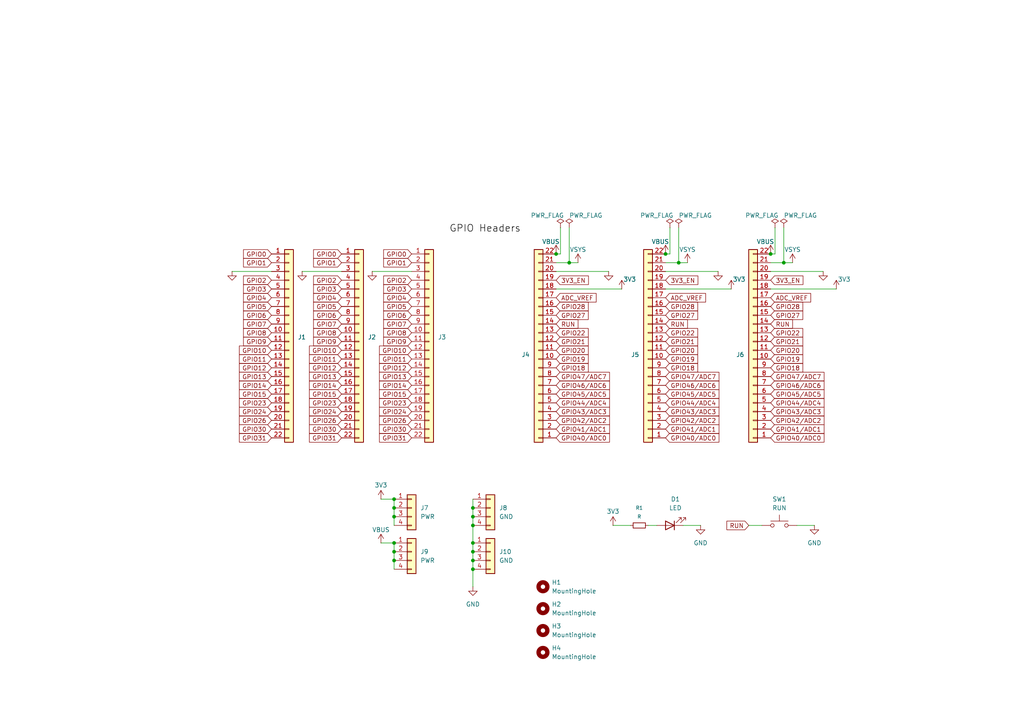
<source format=kicad_sch>
(kicad_sch (version 20250114) (generator "eeschema") (generator_version "9.0")
  (paper "A4")
  (lib_symbols
    (symbol "Device:LED" (pin_numbers (hide yes)) (pin_names (offset 1.016) (hide yes))
      (property "Reference" "D" (at 0 2.54 0))
      (property "Value" "LED" (at 0 -2.54 0))
      (symbol "LED_0_1"
        (polyline (pts (xy -3.048 -0.762) (xy -4.572 -2.286) (xy -3.81 -2.286) (xy -4.572 -2.286) (xy -4.572 -1.524)))
        (polyline (pts (xy -1.778 -0.762) (xy -3.302 -2.286) (xy -2.54 -2.286) (xy -3.302 -2.286) (xy -3.302 -1.524)))
        (polyline (pts (xy -1.27 0) (xy 1.27 0)))
        (polyline (pts (xy -1.27 -1.27) (xy -1.27 1.27)) (stroke (width 0.254)))
        (polyline (pts (xy 1.27 -1.27) (xy 1.27 1.27) (xy -1.27 0) (xy 1.27 -1.27)) (stroke (width 0.254)))
      )
      (symbol "LED_1_1"
        (pin passive line (at -3.81 0 0) (length 2.54) (name "K") (number "1"))
        (pin passive line (at 3.81 0 180) (length 2.54) (name "A") (number "2"))
      )
    )
    (symbol "Mars_Library:Clean_Conn_01x22_2.54mm" (pin_names (offset 1.016) (hide yes))
      (property "Reference" "J1" (at 2.54 0.0001 0))
      (property "Value" "Clean_Conn_01x22_2.54mm" (at 2.54 -2.5399 0))
      (property "Footprint" "Mars_Library:Mars_Clean_Connector_01x22_PinHeader_2.54mm" (at 0 0 0))
      (symbol "Clean_Conn_01x22_2.54mm_1_1"
        (rectangle (start -1.27 24.13) (end 1.27 -31.75) (stroke (width 0.254)) (fill (type background)))
        (rectangle (start -1.27 22.987) (end 0 22.733) (stroke (width 0.1524)))
        (rectangle (start -1.27 20.447) (end 0 20.193) (stroke (width 0.1524)))
        (rectangle (start -1.27 17.907) (end 0 17.653) (stroke (width 0.1524)))
        (rectangle (start -1.27 15.367) (end 0 15.113) (stroke (width 0.1524)))
        (rectangle (start -1.27 12.827) (end 0 12.573) (stroke (width 0.1524)))
        (rectangle (start -1.27 10.287) (end 0 10.033) (stroke (width 0.1524)))
        (rectangle (start -1.27 7.747) (end 0 7.493) (stroke (width 0.1524)))
        (rectangle (start -1.27 5.207) (end 0 4.953) (stroke (width 0.1524)))
        (rectangle (start -1.27 2.667) (end 0 2.413) (stroke (width 0.1524)))
        (rectangle (start -1.27 0.127) (end 0 -0.127) (stroke (width 0.1524)))
        (rectangle (start -1.27 -2.413) (end 0 -2.667) (stroke (width 0.1524)))
        (rectangle (start -1.27 -4.953) (end 0 -5.207) (stroke (width 0.1524)))
        (rectangle (start -1.27 -7.493) (end 0 -7.747) (stroke (width 0.1524)))
        (rectangle (start -1.27 -10.033) (end 0 -10.287) (stroke (width 0.1524)))
        (rectangle (start -1.27 -12.573) (end 0 -12.827) (stroke (width 0.1524)))
        (rectangle (start -1.27 -15.113) (end 0 -15.367) (stroke (width 0.1524)))
        (rectangle (start -1.27 -17.653) (end 0 -17.907) (stroke (width 0.1524)))
        (rectangle (start -1.27 -20.193) (end 0 -20.447) (stroke (width 0.1524)))
        (rectangle (start -1.27 -22.733) (end 0 -22.987) (stroke (width 0.1524)))
        (rectangle (start -1.27 -25.273) (end 0 -25.527) (stroke (width 0.1524)))
        (rectangle (start -1.27 -27.813) (end 0 -28.067) (stroke (width 0.1524)))
        (rectangle (start -1.27 -30.353) (end 0 -30.607) (stroke (width 0.1524)))
        (pin passive line (at -5.08 22.86 0) (length 3.81) (name "Pin_1") (number "1"))
        (pin passive line (at -5.08 20.32 0) (length 3.81) (name "Pin_2") (number "2"))
        (pin passive line (at -5.08 17.78 0) (length 3.81) (name "Pin_3") (number "3"))
        (pin passive line (at -5.08 15.24 0) (length 3.81) (name "Pin_4") (number "4"))
        (pin passive line (at -5.08 12.7 0) (length 3.81) (name "Pin_5") (number "5"))
        (pin passive line (at -5.08 10.16 0) (length 3.81) (name "Pin_6") (number "6"))
        (pin passive line (at -5.08 7.62 0) (length 3.81) (name "Pin_7") (number "7"))
        (pin passive line (at -5.08 5.08 0) (length 3.81) (name "Pin_8") (number "8"))
        (pin passive line (at -5.08 2.54 0) (length 3.81) (name "Pin_9") (number "9"))
        (pin passive line (at -5.08 0 0) (length 3.81) (name "Pin_10") (number "10"))
        (pin passive line (at -5.08 -2.54 0) (length 3.81) (name "Pin_11") (number "11"))
        (pin passive line (at -5.08 -5.08 0) (length 3.81) (name "Pin_12") (number "12"))
        (pin passive line (at -5.08 -7.62 0) (length 3.81) (name "Pin_13") (number "13"))
        (pin passive line (at -5.08 -10.16 0) (length 3.81) (name "Pin_14") (number "14"))
        (pin passive line (at -5.08 -12.7 0) (length 3.81) (name "Pin_15") (number "15"))
        (pin passive line (at -5.08 -15.24 0) (length 3.81) (name "Pin_16") (number "16"))
        (pin passive line (at -5.08 -17.78 0) (length 3.81) (name "Pin_17") (number "17"))
        (pin passive line (at -5.08 -20.32 0) (length 3.81) (name "Pin_18") (number "18"))
        (pin passive line (at -5.08 -22.86 0) (length 3.81) (name "Pin_19") (number "19"))
        (pin passive line (at -5.08 -25.4 0) (length 3.81) (name "Pin_20") (number "20"))
        (pin passive line (at -5.08 -27.94 0) (length 3.81) (name "Pin_19") (number "21"))
        (pin passive line (at -5.08 -30.48 0) (length 3.81) (name "Pin_20") (number "22"))
      )
    )
    (symbol "Mars_Library:R_0805" (pin_numbers (hide yes)) (pin_names (offset 0.254) (hide yes))
      (property "Reference" "R" (at -1.524 0 90))
      (property "Value" "R" (at 0 0 90))
      (symbol "R_0805_0_1"
        (rectangle (start -0.762 1.778) (end 0.762 -1.778) (stroke (width 0.2032)))
      )
      (symbol "R_0805_1_1"
        (pin passive line (at 0 2.54 270) (length 0.762) (name "~") (number "1"))
        (pin passive line (at 0 -2.54 90) (length 0.762) (name "~") (number "2"))
      )
    )
    (symbol "Mars_Library:SWD_Header_4P" (pin_names (offset 1.016) (hide yes)) (in_bom no)
      (property "Reference" "J" (at 0 5.08 0))
      (property "Value" "DEBUG" (at 0 -7.62 0))
      (symbol "SWD_Header_4P_1_1"
        (rectangle (start -1.27 3.81) (end 1.27 -6.35) (stroke (width 0.254)) (fill (type background)))
        (rectangle (start -1.27 2.667) (end 0 2.413) (stroke (width 0.1524)))
        (rectangle (start -1.27 0.127) (end 0 -0.127) (stroke (width 0.1524)))
        (rectangle (start -1.27 -2.413) (end 0 -2.667) (stroke (width 0.1524)))
        (rectangle (start -1.27 -4.953) (end 0 -5.207) (stroke (width 0.1524)))
        (pin passive line (at -5.08 2.54 0) (length 3.81) (name "Pin_1") (number "1"))
        (pin passive line (at -5.08 0 0) (length 3.81) (name "Pin_2") (number "2"))
        (pin passive line (at -5.08 -2.54 0) (length 3.81) (name "Pin_3") (number "3"))
        (pin passive line (at -5.08 -5.08 0) (length 3.81) (name "Pin_4") (number "4"))
      )
    )
    (symbol "Mechanical:MountingHole" (pin_names (offset 1.016)) (in_bom no)
      (property "Reference" "H" (at 0 5.08 0))
      (property "Value" "MountingHole" (at 0 3.175 0))
      (symbol "MountingHole_0_1"
        (circle (center 0 0) (radius 1.27) (stroke (width 1.27)))
      )
    )
    (symbol "Switch:SW_Push" (pin_numbers (hide yes)) (pin_names (offset 1.016) (hide yes))
      (property "Reference" "SW" (at 1.27 2.54 0))
      (property "Value" "SW_Push" (at 0 -1.524 0))
      (symbol "SW_Push_0_1"
        (circle (center -2.032 0) (radius 0.508))
        (polyline (pts (xy 0 1.27) (xy 0 3.048)))
        (circle (center 2.032 0) (radius 0.508))
        (polyline (pts (xy 2.54 1.27) (xy -2.54 1.27)))
        (pin passive line (at -5.08 0 0) (length 2.54) (name "1") (number "1"))
        (pin passive line (at 5.08 0 180) (length 2.54) (name "2") (number "2"))
      )
    )
    (symbol "power:GND" (power) (pin_numbers (hide yes)) (pin_names (offset 0) (hide yes))
      (property "Value" "GND" (at 0 -3.81 0))
      (symbol "GND_0_1"
        (polyline (pts (xy 0 0) (xy 0 -1.27) (xy 1.27 -1.27) (xy 0 -2.54) (xy -1.27 -1.27) (xy 0 -1.27)))
      )
      (symbol "GND_1_1"
        (pin power_in line (at 0 0 270) (length 0) (name "~") (number "1"))
      )
    )
    (symbol "power:PWR_FLAG" (power) (pin_numbers (hide yes)) (pin_names (offset 0) (hide yes))
      (property "Value" "PWR_FLAG" (at 0 3.81 0))
      (symbol "PWR_FLAG_0_0"
        (pin power_out line (at 0 0 90) (length 0) (name "~") (number "1"))
      )
      (symbol "PWR_FLAG_0_1"
        (polyline (pts (xy 0 0) (xy 0 1.27) (xy -1.016 1.905) (xy 0 2.54) (xy 1.016 1.905) (xy 0 1.27)))
      )
    )
    (symbol "power:VBUS" (power) (pin_numbers (hide yes)) (pin_names (offset 0) (hide yes))
      (property "Value" "VBUS" (at 0 3.556 0))
      (symbol "VBUS_0_1"
        (polyline (pts (xy -0.762 1.27) (xy 0 2.54)))
        (polyline (pts (xy 0 2.54) (xy 0.762 1.27)))
        (polyline (pts (xy 0 0) (xy 0 2.54)))
      )
      (symbol "VBUS_1_1"
        (pin power_in line (at 0 0 90) (length 0) (name "~") (number "1"))
      )
    )
  )
  (text "GPIO Headers" (at 130.302 67.564 0) (effects (font (size 2 2)) (justify left bottom)))
  (junction (at 114.3 162.56))
  (junction (at 137.16 162.56))
  (junction (at 137.16 152.4))
  (junction (at 161.29 73.66))
  (junction (at 137.16 160.02))
  (junction (at 137.16 149.86))
  (junction (at 114.3 160.02))
  (junction (at 137.16 157.48))
  (junction (at 223.52 73.66))
  (junction (at 137.16 147.32))
  (junction (at 114.3 147.32))
  (junction (at 165.1 76.2))
  (junction (at 114.3 149.86))
  (junction (at 114.3 157.48))
  (junction (at 196.85 76.2))
  (junction (at 114.3 144.78))
  (junction (at 227.33 76.2))
  (junction (at 137.16 165.1))
  (junction (at 193.04 73.66))
  (wire (pts (xy 137.16 162.56) (xy 137.16 165.1)))
  (wire (pts (xy 165.1 76.2) (xy 167.64 76.2)))
  (wire (pts (xy 67.31 78.74) (xy 78.74 78.74)))
  (wire (pts (xy 114.3 157.48) (xy 114.3 160.02)))
  (wire (pts (xy 87.63 78.74) (xy 99.06 78.74)))
  (wire (pts (xy 176.53 78.74) (xy 161.29 78.74)))
  (wire (pts (xy 196.85 66.04) (xy 196.85 76.2)))
  (wire (pts (xy 198.12 152.4) (xy 203.2 152.4)))
  (wire (pts (xy 227.33 76.2) (xy 229.87 76.2)))
  (wire (pts (xy 137.16 144.78) (xy 137.16 147.32)))
  (wire (pts (xy 180.34 83.82) (xy 161.29 83.82)))
  (wire (pts (xy 107.95 78.74) (xy 119.38 78.74)))
  (wire (pts (xy 161.29 76.2) (xy 165.1 76.2)))
  (wire (pts (xy 227.33 66.04) (xy 227.33 76.2)))
  (wire (pts (xy 217.17 152.4) (xy 220.98 152.4)))
  (wire (pts (xy 194.31 73.66) (xy 193.04 73.66)))
  (wire (pts (xy 114.3 144.78) (xy 114.3 147.32)))
  (wire (pts (xy 137.16 147.32) (xy 137.16 149.86)))
  (wire (pts (xy 137.16 165.1) (xy 137.16 170.18)))
  (wire (pts (xy 212.09 83.82) (xy 193.04 83.82)))
  (wire (pts (xy 114.3 149.86) (xy 114.3 152.4)))
  (wire (pts (xy 162.56 66.04) (xy 162.56 73.66)))
  (wire (pts (xy 208.28 78.74) (xy 193.04 78.74)))
  (wire (pts (xy 110.49 144.78) (xy 114.3 144.78)))
  (wire (pts (xy 137.16 149.86) (xy 137.16 152.4)))
  (wire (pts (xy 196.85 76.2) (xy 199.39 76.2)))
  (wire (pts (xy 231.14 152.4) (xy 236.22 152.4)))
  (wire (pts (xy 193.04 76.2) (xy 196.85 76.2)))
  (wire (pts (xy 223.52 76.2) (xy 227.33 76.2)))
  (wire (pts (xy 194.31 66.04) (xy 194.31 73.66)))
  (wire (pts (xy 110.49 157.48) (xy 114.3 157.48)))
  (wire (pts (xy 224.79 73.66) (xy 223.52 73.66)))
  (wire (pts (xy 137.16 152.4) (xy 137.16 157.48)))
  (wire (pts (xy 114.3 162.56) (xy 114.3 165.1)))
  (wire (pts (xy 187.96 152.4) (xy 190.5 152.4)))
  (wire (pts (xy 165.1 66.04) (xy 165.1 76.2)))
  (wire (pts (xy 177.8 152.4) (xy 182.88 152.4)))
  (wire (pts (xy 238.76 78.74) (xy 223.52 78.74)))
  (wire (pts (xy 114.3 147.32) (xy 114.3 149.86)))
  (wire (pts (xy 224.79 66.04) (xy 224.79 73.66)))
  (wire (pts (xy 162.56 73.66) (xy 161.29 73.66)))
  (wire (pts (xy 114.3 160.02) (xy 114.3 162.56)))
  (wire (pts (xy 137.16 157.48) (xy 137.16 160.02)))
  (wire (pts (xy 137.16 160.02) (xy 137.16 162.56)))
  (wire (pts (xy 242.57 83.82) (xy 223.52 83.82)))
  (global_label "GPIO8" (shape input) (at 99.06 96.52 180) (property "Intersheetrefs" "${INTERSHEET_REFS}" (effects (hide yes))))
  (global_label "GPIO1" (shape input) (at 99.06 76.2 180) (property "Intersheetrefs" "${INTERSHEET_REFS}" (effects (hide yes))))
  (global_label "GPIO15" (shape input) (at 78.74 114.3 180) (property "Intersheetrefs" "${INTERSHEET_REFS}" (effects (hide yes))))
  (global_label "GPIO18" (shape input) (at 223.52 106.68 0) (property "Intersheetrefs" "${INTERSHEET_REFS}" (effects (hide yes))))
  (global_label "GPIO21" (shape input) (at 223.52 99.06 0) (property "Intersheetrefs" "${INTERSHEET_REFS}" (effects (hide yes))))
  (global_label "RUN" (shape input) (at 161.29 93.98 0) (property "Intersheetrefs" "${INTERSHEET_REFS}" (effects (hide yes))))
  (global_label "GPIO42/ADC2" (shape input) (at 193.04 121.92 0) (property "Intersheetrefs" "${INTERSHEET_REFS}" (effects (hide yes))))
  (global_label "GPIO12" (shape input) (at 119.38 106.68 180) (property "Intersheetrefs" "${INTERSHEET_REFS}" (effects (hide yes))))
  (global_label "GPIO0" (shape input) (at 99.06 73.66 180) (property "Intersheetrefs" "${INTERSHEET_REFS}" (effects (hide yes))))
  (global_label "GPIO27" (shape input) (at 193.04 91.44 0) (property "Intersheetrefs" "${INTERSHEET_REFS}" (effects (hide yes))))
  (global_label "GPIO23" (shape input) (at 78.74 116.84 180) (property "Intersheetrefs" "${INTERSHEET_REFS}" (effects (hide yes))))
  (global_label "GPIO22" (shape input) (at 193.04 96.52 0) (property "Intersheetrefs" "${INTERSHEET_REFS}" (effects (hide yes))))
  (global_label "GPIO12" (shape input) (at 78.74 106.68 180) (property "Intersheetrefs" "${INTERSHEET_REFS}" (effects (hide yes))))
  (global_label "GPIO27" (shape input) (at 161.29 91.44 0) (property "Intersheetrefs" "${INTERSHEET_REFS}" (effects (hide yes))))
  (global_label "GPIO0" (shape input) (at 78.74 73.66 180) (property "Intersheetrefs" "${INTERSHEET_REFS}" (effects (hide yes))))
  (global_label "GPIO3" (shape input) (at 78.74 83.82 180) (property "Intersheetrefs" "${INTERSHEET_REFS}" (effects (hide yes))))
  (global_label "GPIO2" (shape input) (at 119.38 81.28 180) (property "Intersheetrefs" "${INTERSHEET_REFS}" (effects (hide yes))))
  (global_label "GPIO42/ADC2" (shape input) (at 223.52 121.92 0) (property "Intersheetrefs" "${INTERSHEET_REFS}" (effects (hide yes))))
  (global_label "3V3_EN" (shape input) (at 223.52 81.28 0) (property "Intersheetrefs" "${INTERSHEET_REFS}" (effects (hide yes))))
  (global_label "GPIO43/ADC3" (shape input) (at 193.04 119.38 0) (property "Intersheetrefs" "${INTERSHEET_REFS}" (effects (hide yes))))
  (global_label "GPIO47/ADC7" (shape input) (at 161.29 109.22 0) (property "Intersheetrefs" "${INTERSHEET_REFS}" (effects (hide yes))))
  (global_label "GPIO43/ADC3" (shape input) (at 161.29 119.38 0) (property "Intersheetrefs" "${INTERSHEET_REFS}" (effects (hide yes))))
  (global_label "GPIO10" (shape input) (at 119.38 101.6 180) (property "Intersheetrefs" "${INTERSHEET_REFS}" (effects (hide yes))))
  (global_label "RUN" (shape input) (at 193.04 93.98 0) (property "Intersheetrefs" "${INTERSHEET_REFS}" (effects (hide yes))))
  (global_label "GPIO18" (shape input) (at 193.04 106.68 0) (property "Intersheetrefs" "${INTERSHEET_REFS}" (effects (hide yes))))
  (global_label "GPIO4" (shape input) (at 119.38 86.36 180) (property "Intersheetrefs" "${INTERSHEET_REFS}" (effects (hide yes))))
  (global_label "GPIO31" (shape input) (at 78.74 127 180) (property "Intersheetrefs" "${INTERSHEET_REFS}" (effects (hide yes))))
  (global_label "GPIO19" (shape input) (at 193.04 104.14 0) (property "Intersheetrefs" "${INTERSHEET_REFS}" (effects (hide yes))))
  (global_label "GPIO5" (shape input) (at 78.74 88.9 180) (property "Intersheetrefs" "${INTERSHEET_REFS}" (effects (hide yes))))
  (global_label "GPIO2" (shape input) (at 78.74 81.28 180) (property "Intersheetrefs" "${INTERSHEET_REFS}" (effects (hide yes))))
  (global_label "GPIO11" (shape input) (at 78.74 104.14 180) (property "Intersheetrefs" "${INTERSHEET_REFS}" (effects (hide yes))))
  (global_label "GPIO26" (shape input) (at 99.06 121.92 180) (property "Intersheetrefs" "${INTERSHEET_REFS}" (effects (hide yes))))
  (global_label "ADC_VREF" (shape input) (at 223.52 86.36 0) (property "Intersheetrefs" "${INTERSHEET_REFS}" (effects (hide yes))))
  (global_label "GPIO8" (shape input) (at 119.38 96.52 180) (property "Intersheetrefs" "${INTERSHEET_REFS}" (effects (hide yes))))
  (global_label "GPIO4" (shape input) (at 78.74 86.36 180) (property "Intersheetrefs" "${INTERSHEET_REFS}" (effects (hide yes))))
  (global_label "GPIO23" (shape input) (at 99.06 116.84 180) (property "Intersheetrefs" "${INTERSHEET_REFS}" (effects (hide yes))))
  (global_label "GPIO10" (shape input) (at 78.74 101.6 180) (property "Intersheetrefs" "${INTERSHEET_REFS}" (effects (hide yes))))
  (global_label "GPIO21" (shape input) (at 193.04 99.06 0) (property "Intersheetrefs" "${INTERSHEET_REFS}" (effects (hide yes))))
  (global_label "RUN" (shape input) (at 217.17 152.4 180) (property "Intersheetrefs" "${INTERSHEET_REFS}" (effects (hide yes))))
  (global_label "GPIO30" (shape input) (at 78.74 124.46 180) (property "Intersheetrefs" "${INTERSHEET_REFS}" (effects (hide yes))))
  (global_label "GPIO14" (shape input) (at 119.38 111.76 180) (property "Intersheetrefs" "${INTERSHEET_REFS}" (effects (hide yes))))
  (global_label "GPIO24" (shape input) (at 119.38 119.38 180) (property "Intersheetrefs" "${INTERSHEET_REFS}" (effects (hide yes))))
  (global_label "GPIO46/ADC6" (shape input) (at 193.04 111.76 0) (property "Intersheetrefs" "${INTERSHEET_REFS}" (effects (hide yes))))
  (global_label "3V3_EN" (shape input) (at 161.29 81.28 0) (property "Intersheetrefs" "${INTERSHEET_REFS}" (effects (hide yes))))
  (global_label "GPIO45/ADC5" (shape input) (at 223.52 114.3 0) (property "Intersheetrefs" "${INTERSHEET_REFS}" (effects (hide yes))))
  (global_label "GPIO41/ADC1" (shape input) (at 193.04 124.46 0) (property "Intersheetrefs" "${INTERSHEET_REFS}" (effects (hide yes))))
  (global_label "GPIO8" (shape input) (at 78.74 96.52 180) (property "Intersheetrefs" "${INTERSHEET_REFS}" (effects (hide yes))))
  (global_label "GPIO12" (shape input) (at 99.06 106.68 180) (property "Intersheetrefs" "${INTERSHEET_REFS}" (effects (hide yes))))
  (global_label "ADC_VREF" (shape input) (at 161.29 86.36 0) (property "Intersheetrefs" "${INTERSHEET_REFS}" (effects (hide yes))))
  (global_label "GPIO40/ADC0" (shape input) (at 193.04 127 0) (property "Intersheetrefs" "${INTERSHEET_REFS}" (effects (hide yes))))
  (global_label "GPIO9" (shape input) (at 99.06 99.06 180) (property "Intersheetrefs" "${INTERSHEET_REFS}" (effects (hide yes))))
  (global_label "GPIO23" (shape input) (at 119.38 116.84 180) (property "Intersheetrefs" "${INTERSHEET_REFS}" (effects (hide yes))))
  (global_label "GPIO46/ADC6" (shape input) (at 223.52 111.76 0) (property "Intersheetrefs" "${INTERSHEET_REFS}" (effects (hide yes))))
  (global_label "GPIO1" (shape input) (at 78.74 76.2 180) (property "Intersheetrefs" "${INTERSHEET_REFS}" (effects (hide yes))))
  (global_label "GPIO46/ADC6" (shape input) (at 161.29 111.76 0) (property "Intersheetrefs" "${INTERSHEET_REFS}" (effects (hide yes))))
  (global_label "GPIO5" (shape input) (at 119.38 88.9 180) (property "Intersheetrefs" "${INTERSHEET_REFS}" (effects (hide yes))))
  (global_label "GPIO40/ADC0" (shape input) (at 223.52 127 0) (property "Intersheetrefs" "${INTERSHEET_REFS}" (effects (hide yes))))
  (global_label "3V3_EN" (shape input) (at 193.04 81.28 0) (property "Intersheetrefs" "${INTERSHEET_REFS}" (effects (hide yes))))
  (global_label "GPIO11" (shape input) (at 119.38 104.14 180) (property "Intersheetrefs" "${INTERSHEET_REFS}" (effects (hide yes))))
  (global_label "GPIO44/ADC4" (shape input) (at 193.04 116.84 0) (property "Intersheetrefs" "${INTERSHEET_REFS}" (effects (hide yes))))
  (global_label "GPIO45/ADC5" (shape input) (at 161.29 114.3 0) (property "Intersheetrefs" "${INTERSHEET_REFS}" (effects (hide yes))))
  (global_label "GPIO13" (shape input) (at 119.38 109.22 180) (property "Intersheetrefs" "${INTERSHEET_REFS}" (effects (hide yes))))
  (global_label "RUN" (shape input) (at 223.52 93.98 0) (property "Intersheetrefs" "${INTERSHEET_REFS}" (effects (hide yes))))
  (global_label "GPIO6" (shape input) (at 99.06 91.44 180) (property "Intersheetrefs" "${INTERSHEET_REFS}" (effects (hide yes))))
  (global_label "GPIO41/ADC1" (shape input) (at 161.29 124.46 0) (property "Intersheetrefs" "${INTERSHEET_REFS}" (effects (hide yes))))
  (global_label "GPIO26" (shape input) (at 119.38 121.92 180) (property "Intersheetrefs" "${INTERSHEET_REFS}" (effects (hide yes))))
  (global_label "GPIO22" (shape input) (at 223.52 96.52 0) (property "Intersheetrefs" "${INTERSHEET_REFS}" (effects (hide yes))))
  (global_label "GPIO24" (shape input) (at 78.74 119.38 180) (property "Intersheetrefs" "${INTERSHEET_REFS}" (effects (hide yes))))
  (global_label "GPIO20" (shape input) (at 193.04 101.6 0) (property "Intersheetrefs" "${INTERSHEET_REFS}" (effects (hide yes))))
  (global_label "GPIO19" (shape input) (at 223.52 104.14 0) (property "Intersheetrefs" "${INTERSHEET_REFS}" (effects (hide yes))))
  (global_label "GPIO7" (shape input) (at 119.38 93.98 180) (property "Intersheetrefs" "${INTERSHEET_REFS}" (effects (hide yes))))
  (global_label "GPIO22" (shape input) (at 161.29 96.52 0) (property "Intersheetrefs" "${INTERSHEET_REFS}" (effects (hide yes))))
  (global_label "GPIO19" (shape input) (at 161.29 104.14 0) (property "Intersheetrefs" "${INTERSHEET_REFS}" (effects (hide yes))))
  (global_label "GPIO20" (shape input) (at 223.52 101.6 0) (property "Intersheetrefs" "${INTERSHEET_REFS}" (effects (hide yes))))
  (global_label "GPIO3" (shape input) (at 119.38 83.82 180) (property "Intersheetrefs" "${INTERSHEET_REFS}" (effects (hide yes))))
  (global_label "GPIO0" (shape input) (at 119.38 73.66 180) (property "Intersheetrefs" "${INTERSHEET_REFS}" (effects (hide yes))))
  (global_label "GPIO6" (shape input) (at 78.74 91.44 180) (property "Intersheetrefs" "${INTERSHEET_REFS}" (effects (hide yes))))
  (global_label "GPIO14" (shape input) (at 78.74 111.76 180) (property "Intersheetrefs" "${INTERSHEET_REFS}" (effects (hide yes))))
  (global_label "GPIO42/ADC2" (shape input) (at 161.29 121.92 0) (property "Intersheetrefs" "${INTERSHEET_REFS}" (effects (hide yes))))
  (global_label "GPIO40/ADC0" (shape input) (at 161.29 127 0) (property "Intersheetrefs" "${INTERSHEET_REFS}" (effects (hide yes))))
  (global_label "GPIO44/ADC4" (shape input) (at 161.29 116.84 0) (property "Intersheetrefs" "${INTERSHEET_REFS}" (effects (hide yes))))
  (global_label "GPIO13" (shape input) (at 99.06 109.22 180) (property "Intersheetrefs" "${INTERSHEET_REFS}" (effects (hide yes))))
  (global_label "GPIO31" (shape input) (at 119.38 127 180) (property "Intersheetrefs" "${INTERSHEET_REFS}" (effects (hide yes))))
  (global_label "GPIO14" (shape input) (at 99.06 111.76 180) (property "Intersheetrefs" "${INTERSHEET_REFS}" (effects (hide yes))))
  (global_label "GPIO31" (shape input) (at 99.06 127 180) (property "Intersheetrefs" "${INTERSHEET_REFS}" (effects (hide yes))))
  (global_label "GPIO4" (shape input) (at 99.06 86.36 180) (property "Intersheetrefs" "${INTERSHEET_REFS}" (effects (hide yes))))
  (global_label "GPIO43/ADC3" (shape input) (at 223.52 119.38 0) (property "Intersheetrefs" "${INTERSHEET_REFS}" (effects (hide yes))))
  (global_label "GPIO21" (shape input) (at 161.29 99.06 0) (property "Intersheetrefs" "${INTERSHEET_REFS}" (effects (hide yes))))
  (global_label "GPIO5" (shape input) (at 99.06 88.9 180) (property "Intersheetrefs" "${INTERSHEET_REFS}" (effects (hide yes))))
  (global_label "GPIO30" (shape input) (at 119.38 124.46 180) (property "Intersheetrefs" "${INTERSHEET_REFS}" (effects (hide yes))))
  (global_label "GPIO28" (shape input) (at 223.52 88.9 0) (property "Intersheetrefs" "${INTERSHEET_REFS}" (effects (hide yes))))
  (global_label "GPIO9" (shape input) (at 78.74 99.06 180) (property "Intersheetrefs" "${INTERSHEET_REFS}" (effects (hide yes))))
  (global_label "GPIO47/ADC7" (shape input) (at 223.52 109.22 0) (property "Intersheetrefs" "${INTERSHEET_REFS}" (effects (hide yes))))
  (global_label "GPIO44/ADC4" (shape input) (at 223.52 116.84 0) (property "Intersheetrefs" "${INTERSHEET_REFS}" (effects (hide yes))))
  (global_label "GPIO3" (shape input) (at 99.06 83.82 180) (property "Intersheetrefs" "${INTERSHEET_REFS}" (effects (hide yes))))
  (global_label "GPIO13" (shape input) (at 78.74 109.22 180) (property "Intersheetrefs" "${INTERSHEET_REFS}" (effects (hide yes))))
  (global_label "GPIO24" (shape input) (at 99.06 119.38 180) (property "Intersheetrefs" "${INTERSHEET_REFS}" (effects (hide yes))))
  (global_label "GPIO10" (shape input) (at 99.06 101.6 180) (property "Intersheetrefs" "${INTERSHEET_REFS}" (effects (hide yes))))
  (global_label "GPIO9" (shape input) (at 119.38 99.06 180) (property "Intersheetrefs" "${INTERSHEET_REFS}" (effects (hide yes))))
  (global_label "GPIO7" (shape input) (at 78.74 93.98 180) (property "Intersheetrefs" "${INTERSHEET_REFS}" (effects (hide yes))))
  (global_label "GPIO41/ADC1" (shape input) (at 223.52 124.46 0) (property "Intersheetrefs" "${INTERSHEET_REFS}" (effects (hide yes))))
  (global_label "GPIO47/ADC7" (shape input) (at 193.04 109.22 0) (property "Intersheetrefs" "${INTERSHEET_REFS}" (effects (hide yes))))
  (global_label "GPIO7" (shape input) (at 99.06 93.98 180) (property "Intersheetrefs" "${INTERSHEET_REFS}" (effects (hide yes))))
  (global_label "GPIO1" (shape input) (at 119.38 76.2 180) (property "Intersheetrefs" "${INTERSHEET_REFS}" (effects (hide yes))))
  (global_label "GPIO28" (shape input) (at 193.04 88.9 0) (property "Intersheetrefs" "${INTERSHEET_REFS}" (effects (hide yes))))
  (global_label "GPIO28" (shape input) (at 161.29 88.9 0) (property "Intersheetrefs" "${INTERSHEET_REFS}" (effects (hide yes))))
  (global_label "GPIO2" (shape input) (at 99.06 81.28 180) (property "Intersheetrefs" "${INTERSHEET_REFS}" (effects (hide yes))))
  (global_label "GPIO15" (shape input) (at 99.06 114.3 180) (property "Intersheetrefs" "${INTERSHEET_REFS}" (effects (hide yes))))
  (global_label "GPIO11" (shape input) (at 99.06 104.14 180) (property "Intersheetrefs" "${INTERSHEET_REFS}" (effects (hide yes))))
  (global_label "GPIO18" (shape input) (at 161.29 106.68 0) (property "Intersheetrefs" "${INTERSHEET_REFS}" (effects (hide yes))))
  (global_label "GPIO20" (shape input) (at 161.29 101.6 0) (property "Intersheetrefs" "${INTERSHEET_REFS}" (effects (hide yes))))
  (global_label "GPIO30" (shape input) (at 99.06 124.46 180) (property "Intersheetrefs" "${INTERSHEET_REFS}" (effects (hide yes))))
  (global_label "GPIO27" (shape input) (at 223.52 91.44 0) (property "Intersheetrefs" "${INTERSHEET_REFS}" (effects (hide yes))))
  (global_label "GPIO26" (shape input) (at 78.74 121.92 180) (property "Intersheetrefs" "${INTERSHEET_REFS}" (effects (hide yes))))
  (global_label "GPIO45/ADC5" (shape input) (at 193.04 114.3 0) (property "Intersheetrefs" "${INTERSHEET_REFS}" (effects (hide yes))))
  (global_label "ADC_VREF" (shape input) (at 193.04 86.36 0) (property "Intersheetrefs" "${INTERSHEET_REFS}" (effects (hide yes))))
  (global_label "GPIO15" (shape input) (at 119.38 114.3 180) (property "Intersheetrefs" "${INTERSHEET_REFS}" (effects (hide yes))))
  (global_label "GPIO6" (shape input) (at 119.38 91.44 180) (property "Intersheetrefs" "${INTERSHEET_REFS}" (effects (hide yes))))
  (symbol (lib_id "power:VBUS") (at 177.8 152.4 0) (unit 1)
    (property "Reference" "#PWR017" (effects (hide yes)))
    (property "Value" "3V3" (at 177.8 148.336 0))
    (property "Description" "Power symbol creates a global label with name \"VBUS\"" (effects (hide yes)))
  )
  (symbol (lib_id "Mars_Library:Clean_Conn_01x22_2.54mm") (at 187.96 104.14 180) (unit 1)
    (property "Reference" "J5" (at 185.42 102.8701 0) (effects (justify left)))
    (property "Value" "Conn_01x32_MountingPin" (effects (hide yes)))
    (property "Footprint" "Mars_Library:Mars_Clean_Connector_01x22_PinHeader_2.54mm" (effects (hide yes)))
    (property "Description" "Generic connector, single row, 01x20, script generated (kicad-library-utils/schlib/autogen/connector/)" (effects (hide yes)))
  )
  (symbol (lib_id "power:GND") (at 87.63 78.74 0) (unit 1)
    (property "Reference" "#PWR08" (effects (hide yes)))
    (property "Value" "GND" (effects (hide yes)))
    (property "Description" "Power symbol creates a global label with name \"GND\" , ground" (effects (hide yes)))
  )
  (symbol (lib_id "Device:LED") (at 194.31 152.4 180) (unit 1)
    (property "Reference" "D1" (at 195.8975 144.78 0))
    (property "Value" "LED" (at 195.8975 147.32 0))
    (property "Footprint" "LED_SMD:LED_0805_2012Metric" (effects (hide yes)))
    (property "Description" "Light emitting diode" (effects (hide yes)))
    (property "Sim.Pins" "1=K 2=A" (effects (hide yes)))
  )
  (symbol (lib_id "power:PWR_FLAG") (at 162.56 66.04 0) (unit 1)
    (property "Reference" "#FLG01" (effects (hide yes)))
    (property "Value" "PWR_FLAG" (at 158.75 62.484 0))
    (property "Description" "Special symbol for telling ERC where power comes from" (effects (hide yes)))
  )
  (symbol (lib_id "Mars_Library:SWD_Header_4P") (at 142.24 147.32 0) (unit 1) (in_bom no)
    (property "Reference" "J8" (at 144.78 147.3199 0) (effects (justify left)))
    (property "Value" "GND" (at 144.78 149.8599 0) (effects (justify left)))
    (property "Footprint" "Mars_Library:SWD_Debug_PinHeader_1x04_P2.54mm" (effects (hide yes)))
    (property "Description" "SWD DEBUG HEADER 1x4 MALE PINS 2.54mm” 180deg" (effects (hide yes)))
    (property "Specifications" "HEADER 1x4 MALE PINS 2.54mm” 180deg" (effects (hide yes)))
    (property "Manufacturer" "TAD" (effects (hide yes)))
    (property "Part Number" "1-0401FBV0T" (effects (hide yes)))
  )
  (symbol (lib_id "power:VBUS") (at 223.52 73.66 0) (unit 1)
    (property "Reference" "#PWR03" (effects (hide yes)))
    (property "Value" "VBUS" (at 221.996 70.104 0))
    (property "Description" "Power symbol creates a global label with name \"VBUS\"" (effects (hide yes)))
  )
  (symbol (lib_id "power:VBUS") (at 199.39 76.2 0) (unit 1)
    (property "Reference" "#PWR05" (effects (hide yes)))
    (property "Value" "VSYS" (at 199.39 72.39 0))
    (property "Description" "Power symbol creates a global label with name \"VBUS\"" (effects (hide yes)))
  )
  (symbol (lib_id "power:VBUS") (at 212.09 83.82 0) (unit 1)
    (property "Reference" "#PWR014" (effects (hide yes)))
    (property "Value" "3V3" (at 214.376 81.026 0))
    (property "Description" "Power symbol creates a global label with name \"VBUS\"" (effects (hide yes)))
  )
  (symbol (lib_id "power:VBUS") (at 161.29 73.66 0) (unit 1)
    (property "Reference" "#PWR01" (effects (hide yes)))
    (property "Value" "VBUS" (at 159.766 70.104 0))
    (property "Description" "Power symbol creates a global label with name \"VBUS\"" (effects (hide yes)))
  )
  (symbol (lib_id "Mars_Library:Clean_Conn_01x22_2.54mm") (at 156.21 104.14 180) (unit 1)
    (property "Reference" "J4" (at 153.67 102.8701 0) (effects (justify left)))
    (property "Value" "Conn_01x32_MountingPin" (effects (hide yes)))
    (property "Footprint" "Mars_Library:Mars_Clean_Connector_01x22_PinHeader_2.54mm" (effects (hide yes)))
    (property "Description" "Generic connector, single row, 01x20, script generated (kicad-library-utils/schlib/autogen/connector/)" (effects (hide yes)))
  )
  (symbol (lib_id "power:GND") (at 208.28 78.74 0) (unit 1)
    (property "Reference" "#PWR011" (effects (hide yes)))
    (property "Value" "GND" (effects (hide yes)))
    (property "Description" "Power symbol creates a global label with name \"GND\" , ground" (effects (hide yes)))
  )
  (symbol (lib_id "power:PWR_FLAG") (at 196.85 66.04 0) (unit 1)
    (property "Reference" "#FLG04" (effects (hide yes)))
    (property "Value" "PWR_FLAG" (at 201.676 62.484 0))
    (property "Description" "Special symbol for telling ERC where power comes from" (effects (hide yes)))
  )
  (symbol (lib_id "power:GND") (at 107.95 78.74 0) (unit 1)
    (property "Reference" "#PWR09" (effects (hide yes)))
    (property "Value" "GND" (effects (hide yes)))
    (property "Description" "Power symbol creates a global label with name \"GND\" , ground" (effects (hide yes)))
  )
  (symbol (lib_id "power:PWR_FLAG") (at 224.79 66.04 0) (unit 1)
    (property "Reference" "#FLG05" (effects (hide yes)))
    (property "Value" "PWR_FLAG" (at 220.98 62.484 0))
    (property "Description" "Special symbol for telling ERC where power comes from" (effects (hide yes)))
  )
  (symbol (lib_id "power:GND") (at 203.2 152.4 0) (unit 1)
    (property "Reference" "#PWR018" (effects (hide yes)))
    (property "Value" "GND" (at 203.2 157.48 0))
    (property "Description" "Power symbol creates a global label with name \"GND\" , ground" (effects (hide yes)))
  )
  (symbol (lib_id "Mars_Library:Clean_Conn_01x22_2.54mm") (at 83.82 96.52 0) (unit 1)
    (property "Reference" "J1" (at 86.36 97.7899 0) (effects (justify left)))
    (property "Value" "Conn_01x32_MountingPin" (effects (hide yes)))
    (property "Footprint" "Mars_Library:Mars_Clean_Connector_01x22_PinHeader_2.54mm" (effects (hide yes)))
    (property "Description" "Generic connector, single row, 01x20, script generated (kicad-library-utils/schlib/autogen/connector/)" (effects (hide yes)))
  )
  (symbol (lib_id "power:VBUS") (at 193.04 73.66 0) (unit 1)
    (property "Reference" "#PWR02" (effects (hide yes)))
    (property "Value" "VBUS" (at 191.516 70.104 0))
    (property "Description" "Power symbol creates a global label with name \"VBUS\"" (effects (hide yes)))
  )
  (symbol (lib_id "power:VBUS") (at 110.49 157.48 0) (unit 1)
    (property "Reference" "#PWR020" (effects (hide yes)))
    (property "Value" "VBUS" (at 110.49 153.67 0))
    (property "Description" "Power symbol creates a global label with name \"VBUS\"" (effects (hide yes)))
  )
  (symbol (lib_id "Switch:SW_Push") (at 226.06 152.4 0) (unit 1)
    (property "Reference" "SW1" (at 226.06 144.78 0))
    (property "Value" "RUN" (at 226.06 147.32 0))
    (property "Footprint" "Button_Switch_THT:SW_TH_Tactile_Omron_B3F-102x" (effects (hide yes)))
    (property "Description" "Push button switch, generic, two pins" (effects (hide yes)))
  )
  (symbol (lib_id "power:VBUS") (at 180.34 83.82 0) (unit 1)
    (property "Reference" "#PWR013" (effects (hide yes)))
    (property "Value" "3V3" (at 182.626 81.026 0))
    (property "Description" "Power symbol creates a global label with name \"VBUS\"" (effects (hide yes)))
  )
  (symbol (lib_id "power:GND") (at 176.53 78.74 0) (unit 1)
    (property "Reference" "#PWR010" (effects (hide yes)))
    (property "Value" "GND" (effects (hide yes)))
    (property "Description" "Power symbol creates a global label with name \"GND\" , ground" (effects (hide yes)))
  )
  (symbol (lib_id "Mars_Library:R_0805") (at 185.42 152.4 90) (unit 1)
    (property "Reference" "R1" (at 185.42 147.32 90) (effects (font (size 1.016 1.016))))
    (property "Value" "R" (at 185.42 149.86 90) (effects (font (size 1 1))))
    (property "Footprint" "Mars_Library:R_0805" (effects (hide yes)))
    (property "Description" "Resistor, small symbol" (effects (hide yes)))
  )
  (symbol (lib_id "power:GND") (at 137.16 170.18 0) (unit 1)
    (property "Reference" "#PWR021" (effects (hide yes)))
    (property "Value" "GND" (at 137.16 175.26 0))
    (property "Description" "Power symbol creates a global label with name \"GND\" , ground" (effects (hide yes)))
  )
  (symbol (lib_id "power:PWR_FLAG") (at 194.31 66.04 0) (unit 1)
    (property "Reference" "#FLG03" (effects (hide yes)))
    (property "Value" "PWR_FLAG" (at 190.5 62.484 0))
    (property "Description" "Special symbol for telling ERC where power comes from" (effects (hide yes)))
  )
  (symbol (lib_id "Mars_Library:Clean_Conn_01x22_2.54mm") (at 218.44 104.14 180) (unit 1)
    (property "Reference" "J6" (at 215.9 102.8701 0) (effects (justify left)))
    (property "Value" "Conn_01x32_MountingPin" (effects (hide yes)))
    (property "Footprint" "Mars_Library:Mars_Clean_Connector_01x22_PinHeader_2.54mm" (effects (hide yes)))
    (property "Description" "Generic connector, single row, 01x20, script generated (kicad-library-utils/schlib/autogen/connector/)" (effects (hide yes)))
  )
  (symbol (lib_id "power:GND") (at 67.31 78.74 0) (unit 1)
    (property "Reference" "#PWR07" (effects (hide yes)))
    (property "Value" "GND" (effects (hide yes)))
    (property "Description" "Power symbol creates a global label with name \"GND\" , ground" (effects (hide yes)))
  )
  (symbol (lib_id "Mars_Library:Clean_Conn_01x22_2.54mm") (at 104.14 96.52 0) (unit 1)
    (property "Reference" "J2" (at 106.68 97.7899 0) (effects (justify left)))
    (property "Value" "Conn_01x32_MountingPin" (effects (hide yes)))
    (property "Footprint" "Mars_Library:Mars_Clean_Connector_01x22_PinHeader_2.54mm" (effects (hide yes)))
    (property "Description" "Generic connector, single row, 01x20, script generated (kicad-library-utils/schlib/autogen/connector/)" (effects (hide yes)))
  )
  (symbol (lib_id "power:PWR_FLAG") (at 227.33 66.04 0) (unit 1)
    (property "Reference" "#FLG06" (effects (hide yes)))
    (property "Value" "PWR_FLAG" (at 232.156 62.484 0))
    (property "Description" "Special symbol for telling ERC where power comes from" (effects (hide yes)))
  )
  (symbol (lib_id "Mars_Library:SWD_Header_4P") (at 119.38 147.32 0) (unit 1) (in_bom no)
    (property "Reference" "J7" (at 121.92 147.3199 0) (effects (justify left)))
    (property "Value" "PWR" (at 121.92 149.8599 0) (effects (justify left)))
    (property "Footprint" "Mars_Library:SWD_Debug_PinHeader_1x04_P2.54mm" (effects (hide yes)))
    (property "Description" "SWD DEBUG HEADER 1x4 MALE PINS 2.54mm” 180deg" (effects (hide yes)))
    (property "Specifications" "HEADER 1x4 MALE PINS 2.54mm” 180deg" (effects (hide yes)))
    (property "Manufacturer" "TAD" (effects (hide yes)))
    (property "Part Number" "1-0401FBV0T" (effects (hide yes)))
  )
  (symbol (lib_id "power:VBUS") (at 242.57 83.82 0) (unit 1)
    (property "Reference" "#PWR015" (effects (hide yes)))
    (property "Value" "3V3" (at 244.856 81.026 0))
    (property "Description" "Power symbol creates a global label with name \"VBUS\"" (effects (hide yes)))
  )
  (symbol (lib_id "Mechanical:MountingHole") (at 157.48 176.53 0) (unit 1) (in_bom no)
    (property "Reference" "H2" (at 160.02 175.2599 0) (effects (justify left)))
    (property "Value" "MountingHole" (at 160.02 177.7999 0) (effects (justify left)))
    (property "Footprint" "MountingHole:MountingHole_2.2mm_M2" (effects (hide yes)))
    (property "Description" "Mounting Hole without connection" (effects (hide yes)))
  )
  (symbol (lib_id "Mars_Library:SWD_Header_4P") (at 142.24 160.02 0) (unit 1) (in_bom no)
    (property "Reference" "J10" (at 144.78 160.0199 0) (effects (justify left)))
    (property "Value" "GND" (at 144.78 162.5599 0) (effects (justify left)))
    (property "Footprint" "Mars_Library:SWD_Debug_PinHeader_1x04_P2.54mm" (effects (hide yes)))
    (property "Description" "SWD DEBUG HEADER 1x4 MALE PINS 2.54mm” 180deg" (effects (hide yes)))
    (property "Specifications" "HEADER 1x4 MALE PINS 2.54mm” 180deg" (effects (hide yes)))
    (property "Manufacturer" "TAD" (effects (hide yes)))
    (property "Part Number" "1-0401FBV0T" (effects (hide yes)))
  )
  (symbol (lib_id "power:VBUS") (at 229.87 76.2 0) (unit 1)
    (property "Reference" "#PWR06" (effects (hide yes)))
    (property "Value" "VSYS" (at 229.87 72.39 0))
    (property "Description" "Power symbol creates a global label with name \"VBUS\"" (effects (hide yes)))
  )
  (symbol (lib_id "power:PWR_FLAG") (at 165.1 66.04 0) (unit 1)
    (property "Reference" "#FLG02" (effects (hide yes)))
    (property "Value" "PWR_FLAG" (at 169.926 62.484 0))
    (property "Description" "Special symbol for telling ERC where power comes from" (effects (hide yes)))
  )
  (symbol (lib_id "Mars_Library:SWD_Header_4P") (at 119.38 160.02 0) (unit 1) (in_bom no)
    (property "Reference" "J9" (at 121.92 160.0199 0) (effects (justify left)))
    (property "Value" "PWR" (at 121.92 162.5599 0) (effects (justify left)))
    (property "Footprint" "Mars_Library:SWD_Debug_PinHeader_1x04_P2.54mm" (effects (hide yes)))
    (property "Description" "SWD DEBUG HEADER 1x4 MALE PINS 2.54mm” 180deg" (effects (hide yes)))
    (property "Specifications" "HEADER 1x4 MALE PINS 2.54mm” 180deg" (effects (hide yes)))
    (property "Manufacturer" "TAD" (effects (hide yes)))
    (property "Part Number" "1-0401FBV0T" (effects (hide yes)))
  )
  (symbol (lib_id "Mechanical:MountingHole") (at 157.48 182.88 0) (unit 1) (in_bom no)
    (property "Reference" "H3" (at 160.02 181.6099 0) (effects (justify left)))
    (property "Value" "MountingHole" (at 160.02 184.1499 0) (effects (justify left)))
    (property "Footprint" "MountingHole:MountingHole_2.2mm_M2" (effects (hide yes)))
    (property "Description" "Mounting Hole without connection" (effects (hide yes)))
  )
  (symbol (lib_id "Mars_Library:Clean_Conn_01x22_2.54mm") (at 124.46 96.52 0) (unit 1)
    (property "Reference" "J3" (at 127 97.7899 0) (effects (justify left)))
    (property "Value" "Conn_01x32_MountingPin" (effects (hide yes)))
    (property "Footprint" "Mars_Library:Mars_Clean_Connector_01x22_PinHeader_2.54mm" (effects (hide yes)))
    (property "Description" "Generic connector, single row, 01x20, script generated (kicad-library-utils/schlib/autogen/connector/)" (effects (hide yes)))
  )
  (symbol (lib_id "Mechanical:MountingHole") (at 157.48 170.18 0) (unit 1) (in_bom no)
    (property "Reference" "H1" (at 160.02 168.9099 0) (effects (justify left)))
    (property "Value" "MountingHole" (at 160.02 171.4499 0) (effects (justify left)))
    (property "Footprint" "MountingHole:MountingHole_2.2mm_M2" (effects (hide yes)))
    (property "Description" "Mounting Hole without connection" (effects (hide yes)))
  )
  (symbol (lib_id "power:GND") (at 236.22 152.4 0) (unit 1)
    (property "Reference" "#PWR019" (effects (hide yes)))
    (property "Value" "GND" (at 236.22 157.48 0))
    (property "Description" "Power symbol creates a global label with name \"GND\" , ground" (effects (hide yes)))
  )
  (symbol (lib_id "Mechanical:MountingHole") (at 157.48 189.23 0) (unit 1) (in_bom no)
    (property "Reference" "H4" (at 160.02 187.9599 0) (effects (justify left)))
    (property "Value" "MountingHole" (at 160.02 190.4999 0) (effects (justify left)))
    (property "Footprint" "MountingHole:MountingHole_2.2mm_M2" (effects (hide yes)))
    (property "Description" "Mounting Hole without connection" (effects (hide yes)))
  )
  (symbol (lib_id "power:GND") (at 238.76 78.74 0) (unit 1)
    (property "Reference" "#PWR012" (effects (hide yes)))
    (property "Value" "GND" (effects (hide yes)))
    (property "Description" "Power symbol creates a global label with name \"GND\" , ground" (effects (hide yes)))
  )
  (symbol (lib_id "power:VBUS") (at 110.49 144.78 0) (unit 1)
    (property "Reference" "#PWR016" (effects (hide yes)))
    (property "Value" "3V3" (at 110.49 140.716 0))
    (property "Description" "Power symbol creates a global label with name \"VBUS\"" (effects (hide yes)))
  )
  (symbol (lib_id "power:VBUS") (at 167.64 76.2 0) (unit 1)
    (property "Reference" "#PWR04" (effects (hide yes)))
    (property "Value" "VSYS" (at 167.64 72.39 0))
    (property "Description" "Power symbol creates a global label with name \"VBUS\"" (effects (hide yes)))
  )
)
</source>
